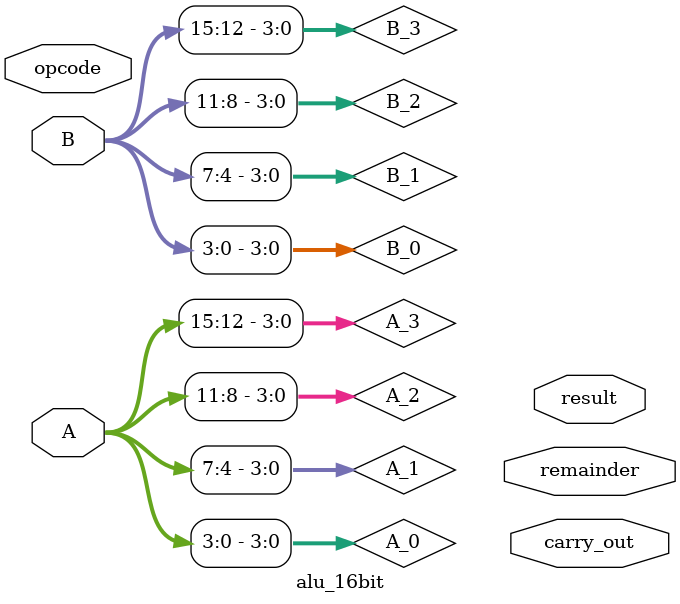
<source format=v>
module alu_16bit (
    input  [15:0] A,
    input  [15:0] B,
    input  [3:0]  opcode,
    output [31:0] result,   // 16-bit ops might need 32 bits for multiplication
    output carry_out,
    output [15:0] remainder
);
    // Split 16-bit into four 4-bit chunks:
    wire [3:0] A_0 = A[3:0];
    wire [3:0] A_1 = A[7:4];
    wire [3:0] A_2 = A[11:8];
    wire [3:0] A_3 = A[15:12];

    wire [3:0] B_0 = B[3:0];
    wire [3:0] B_1 = B[7:4];
    wire [3:0] B_2 = B[11:8];
    wire [3:0] B_3 = B[15:12];

    // Instantiate four 4-bit ALUs
    // Similar logic as 8-bit, just extended further.
    // You’ll combine results similarly and describe the logic in the report.

    // ...
endmodule

</source>
